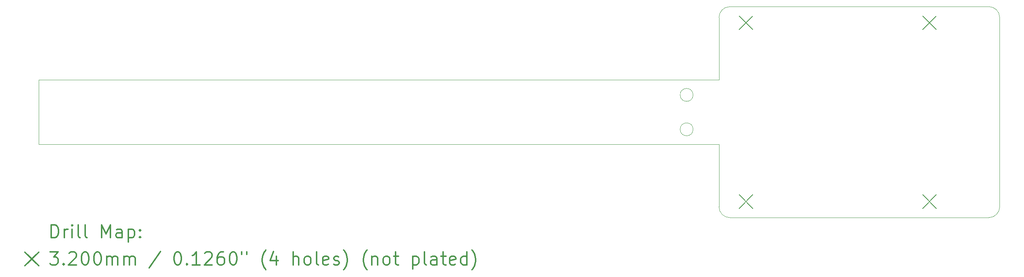
<source format=gbr>
%FSLAX45Y45*%
G04 Gerber Fmt 4.5, Leading zero omitted, Abs format (unit mm)*
G04 Created by KiCad (PCBNEW (5.1.10)-1) date 2022-05-27 17:54:43*
%MOMM*%
%LPD*%
G01*
G04 APERTURE LIST*
%TA.AperFunction,Profile*%
%ADD10C,0.038100*%
%TD*%
%ADD11C,0.200000*%
%ADD12C,0.300000*%
G04 APERTURE END LIST*
D10*
X27000000Y-7300000D02*
G75*
G02*
X27250000Y-7550000I0J-250000D01*
G01*
X27250000Y-11950000D02*
G75*
G02*
X27000000Y-12200000I-250000J0D01*
G01*
X21000000Y-12200000D02*
G75*
G02*
X20750000Y-11950000I0J250000D01*
G01*
X20750000Y-7550000D02*
G75*
G02*
X21000000Y-7300000I250000J0D01*
G01*
X20750000Y-11950000D02*
X20750000Y-10500000D01*
X27000000Y-12200000D02*
X21000000Y-12200000D01*
X27250000Y-7550000D02*
X27250000Y-11950000D01*
X21000000Y-7300000D02*
X27000000Y-7300000D01*
X20750000Y-9000000D02*
X20750000Y-7550000D01*
X5000000Y-10500000D02*
X20750000Y-10500000D01*
X20750000Y-9000000D02*
X5000000Y-9000000D01*
X20150000Y-10150000D02*
G75*
G03*
X20150000Y-10150000I-150000J0D01*
G01*
X20150000Y-9350000D02*
G75*
G03*
X20150000Y-9350000I-150000J0D01*
G01*
X5000000Y-9000000D02*
X5000000Y-10500000D01*
D11*
X21215000Y-7515000D02*
X21535000Y-7835000D01*
X21535000Y-7515000D02*
X21215000Y-7835000D01*
X21215000Y-11665000D02*
X21535000Y-11985000D01*
X21535000Y-11665000D02*
X21215000Y-11985000D01*
X25465000Y-7515000D02*
X25785000Y-7835000D01*
X25785000Y-7515000D02*
X25465000Y-7835000D01*
X25465000Y-11665000D02*
X25785000Y-11985000D01*
X25785000Y-11665000D02*
X25465000Y-11985000D01*
D12*
X5284523Y-12667619D02*
X5284523Y-12367619D01*
X5355952Y-12367619D01*
X5398809Y-12381905D01*
X5427381Y-12410476D01*
X5441666Y-12439048D01*
X5455952Y-12496191D01*
X5455952Y-12539048D01*
X5441666Y-12596191D01*
X5427381Y-12624762D01*
X5398809Y-12653334D01*
X5355952Y-12667619D01*
X5284523Y-12667619D01*
X5584523Y-12667619D02*
X5584523Y-12467619D01*
X5584523Y-12524762D02*
X5598809Y-12496191D01*
X5613095Y-12481905D01*
X5641666Y-12467619D01*
X5670238Y-12467619D01*
X5770238Y-12667619D02*
X5770238Y-12467619D01*
X5770238Y-12367619D02*
X5755952Y-12381905D01*
X5770238Y-12396191D01*
X5784523Y-12381905D01*
X5770238Y-12367619D01*
X5770238Y-12396191D01*
X5955952Y-12667619D02*
X5927381Y-12653334D01*
X5913095Y-12624762D01*
X5913095Y-12367619D01*
X6113095Y-12667619D02*
X6084523Y-12653334D01*
X6070238Y-12624762D01*
X6070238Y-12367619D01*
X6455952Y-12667619D02*
X6455952Y-12367619D01*
X6555952Y-12581905D01*
X6655952Y-12367619D01*
X6655952Y-12667619D01*
X6927381Y-12667619D02*
X6927381Y-12510476D01*
X6913095Y-12481905D01*
X6884523Y-12467619D01*
X6827381Y-12467619D01*
X6798809Y-12481905D01*
X6927381Y-12653334D02*
X6898809Y-12667619D01*
X6827381Y-12667619D01*
X6798809Y-12653334D01*
X6784523Y-12624762D01*
X6784523Y-12596191D01*
X6798809Y-12567619D01*
X6827381Y-12553334D01*
X6898809Y-12553334D01*
X6927381Y-12539048D01*
X7070238Y-12467619D02*
X7070238Y-12767619D01*
X7070238Y-12481905D02*
X7098809Y-12467619D01*
X7155952Y-12467619D01*
X7184523Y-12481905D01*
X7198809Y-12496191D01*
X7213095Y-12524762D01*
X7213095Y-12610476D01*
X7198809Y-12639048D01*
X7184523Y-12653334D01*
X7155952Y-12667619D01*
X7098809Y-12667619D01*
X7070238Y-12653334D01*
X7341666Y-12639048D02*
X7355952Y-12653334D01*
X7341666Y-12667619D01*
X7327381Y-12653334D01*
X7341666Y-12639048D01*
X7341666Y-12667619D01*
X7341666Y-12481905D02*
X7355952Y-12496191D01*
X7341666Y-12510476D01*
X7327381Y-12496191D01*
X7341666Y-12481905D01*
X7341666Y-12510476D01*
X4678095Y-13001905D02*
X4998095Y-13321905D01*
X4998095Y-13001905D02*
X4678095Y-13321905D01*
X5255952Y-12997619D02*
X5441666Y-12997619D01*
X5341666Y-13111905D01*
X5384523Y-13111905D01*
X5413095Y-13126191D01*
X5427381Y-13140476D01*
X5441666Y-13169048D01*
X5441666Y-13240476D01*
X5427381Y-13269048D01*
X5413095Y-13283334D01*
X5384523Y-13297619D01*
X5298809Y-13297619D01*
X5270238Y-13283334D01*
X5255952Y-13269048D01*
X5570238Y-13269048D02*
X5584523Y-13283334D01*
X5570238Y-13297619D01*
X5555952Y-13283334D01*
X5570238Y-13269048D01*
X5570238Y-13297619D01*
X5698809Y-13026191D02*
X5713095Y-13011905D01*
X5741666Y-12997619D01*
X5813095Y-12997619D01*
X5841666Y-13011905D01*
X5855952Y-13026191D01*
X5870238Y-13054762D01*
X5870238Y-13083334D01*
X5855952Y-13126191D01*
X5684523Y-13297619D01*
X5870238Y-13297619D01*
X6055952Y-12997619D02*
X6084523Y-12997619D01*
X6113095Y-13011905D01*
X6127381Y-13026191D01*
X6141666Y-13054762D01*
X6155952Y-13111905D01*
X6155952Y-13183334D01*
X6141666Y-13240476D01*
X6127381Y-13269048D01*
X6113095Y-13283334D01*
X6084523Y-13297619D01*
X6055952Y-13297619D01*
X6027381Y-13283334D01*
X6013095Y-13269048D01*
X5998809Y-13240476D01*
X5984523Y-13183334D01*
X5984523Y-13111905D01*
X5998809Y-13054762D01*
X6013095Y-13026191D01*
X6027381Y-13011905D01*
X6055952Y-12997619D01*
X6341666Y-12997619D02*
X6370238Y-12997619D01*
X6398809Y-13011905D01*
X6413095Y-13026191D01*
X6427381Y-13054762D01*
X6441666Y-13111905D01*
X6441666Y-13183334D01*
X6427381Y-13240476D01*
X6413095Y-13269048D01*
X6398809Y-13283334D01*
X6370238Y-13297619D01*
X6341666Y-13297619D01*
X6313095Y-13283334D01*
X6298809Y-13269048D01*
X6284523Y-13240476D01*
X6270238Y-13183334D01*
X6270238Y-13111905D01*
X6284523Y-13054762D01*
X6298809Y-13026191D01*
X6313095Y-13011905D01*
X6341666Y-12997619D01*
X6570238Y-13297619D02*
X6570238Y-13097619D01*
X6570238Y-13126191D02*
X6584523Y-13111905D01*
X6613095Y-13097619D01*
X6655952Y-13097619D01*
X6684523Y-13111905D01*
X6698809Y-13140476D01*
X6698809Y-13297619D01*
X6698809Y-13140476D02*
X6713095Y-13111905D01*
X6741666Y-13097619D01*
X6784523Y-13097619D01*
X6813095Y-13111905D01*
X6827381Y-13140476D01*
X6827381Y-13297619D01*
X6970238Y-13297619D02*
X6970238Y-13097619D01*
X6970238Y-13126191D02*
X6984523Y-13111905D01*
X7013095Y-13097619D01*
X7055952Y-13097619D01*
X7084523Y-13111905D01*
X7098809Y-13140476D01*
X7098809Y-13297619D01*
X7098809Y-13140476D02*
X7113095Y-13111905D01*
X7141666Y-13097619D01*
X7184523Y-13097619D01*
X7213095Y-13111905D01*
X7227381Y-13140476D01*
X7227381Y-13297619D01*
X7813095Y-12983334D02*
X7555952Y-13369048D01*
X8198809Y-12997619D02*
X8227381Y-12997619D01*
X8255952Y-13011905D01*
X8270238Y-13026191D01*
X8284523Y-13054762D01*
X8298809Y-13111905D01*
X8298809Y-13183334D01*
X8284523Y-13240476D01*
X8270238Y-13269048D01*
X8255952Y-13283334D01*
X8227381Y-13297619D01*
X8198809Y-13297619D01*
X8170238Y-13283334D01*
X8155952Y-13269048D01*
X8141666Y-13240476D01*
X8127381Y-13183334D01*
X8127381Y-13111905D01*
X8141666Y-13054762D01*
X8155952Y-13026191D01*
X8170238Y-13011905D01*
X8198809Y-12997619D01*
X8427381Y-13269048D02*
X8441666Y-13283334D01*
X8427381Y-13297619D01*
X8413095Y-13283334D01*
X8427381Y-13269048D01*
X8427381Y-13297619D01*
X8727381Y-13297619D02*
X8555952Y-13297619D01*
X8641666Y-13297619D02*
X8641666Y-12997619D01*
X8613095Y-13040476D01*
X8584523Y-13069048D01*
X8555952Y-13083334D01*
X8841666Y-13026191D02*
X8855952Y-13011905D01*
X8884523Y-12997619D01*
X8955952Y-12997619D01*
X8984523Y-13011905D01*
X8998809Y-13026191D01*
X9013095Y-13054762D01*
X9013095Y-13083334D01*
X8998809Y-13126191D01*
X8827381Y-13297619D01*
X9013095Y-13297619D01*
X9270238Y-12997619D02*
X9213095Y-12997619D01*
X9184523Y-13011905D01*
X9170238Y-13026191D01*
X9141666Y-13069048D01*
X9127381Y-13126191D01*
X9127381Y-13240476D01*
X9141666Y-13269048D01*
X9155952Y-13283334D01*
X9184523Y-13297619D01*
X9241666Y-13297619D01*
X9270238Y-13283334D01*
X9284523Y-13269048D01*
X9298809Y-13240476D01*
X9298809Y-13169048D01*
X9284523Y-13140476D01*
X9270238Y-13126191D01*
X9241666Y-13111905D01*
X9184523Y-13111905D01*
X9155952Y-13126191D01*
X9141666Y-13140476D01*
X9127381Y-13169048D01*
X9484523Y-12997619D02*
X9513095Y-12997619D01*
X9541666Y-13011905D01*
X9555952Y-13026191D01*
X9570238Y-13054762D01*
X9584523Y-13111905D01*
X9584523Y-13183334D01*
X9570238Y-13240476D01*
X9555952Y-13269048D01*
X9541666Y-13283334D01*
X9513095Y-13297619D01*
X9484523Y-13297619D01*
X9455952Y-13283334D01*
X9441666Y-13269048D01*
X9427381Y-13240476D01*
X9413095Y-13183334D01*
X9413095Y-13111905D01*
X9427381Y-13054762D01*
X9441666Y-13026191D01*
X9455952Y-13011905D01*
X9484523Y-12997619D01*
X9698809Y-12997619D02*
X9698809Y-13054762D01*
X9813095Y-12997619D02*
X9813095Y-13054762D01*
X10255952Y-13411905D02*
X10241666Y-13397619D01*
X10213095Y-13354762D01*
X10198809Y-13326191D01*
X10184523Y-13283334D01*
X10170238Y-13211905D01*
X10170238Y-13154762D01*
X10184523Y-13083334D01*
X10198809Y-13040476D01*
X10213095Y-13011905D01*
X10241666Y-12969048D01*
X10255952Y-12954762D01*
X10498809Y-13097619D02*
X10498809Y-13297619D01*
X10427381Y-12983334D02*
X10355952Y-13197619D01*
X10541666Y-13197619D01*
X10884523Y-13297619D02*
X10884523Y-12997619D01*
X11013095Y-13297619D02*
X11013095Y-13140476D01*
X10998809Y-13111905D01*
X10970238Y-13097619D01*
X10927381Y-13097619D01*
X10898809Y-13111905D01*
X10884523Y-13126191D01*
X11198809Y-13297619D02*
X11170238Y-13283334D01*
X11155952Y-13269048D01*
X11141666Y-13240476D01*
X11141666Y-13154762D01*
X11155952Y-13126191D01*
X11170238Y-13111905D01*
X11198809Y-13097619D01*
X11241666Y-13097619D01*
X11270238Y-13111905D01*
X11284523Y-13126191D01*
X11298809Y-13154762D01*
X11298809Y-13240476D01*
X11284523Y-13269048D01*
X11270238Y-13283334D01*
X11241666Y-13297619D01*
X11198809Y-13297619D01*
X11470238Y-13297619D02*
X11441666Y-13283334D01*
X11427381Y-13254762D01*
X11427381Y-12997619D01*
X11698809Y-13283334D02*
X11670238Y-13297619D01*
X11613095Y-13297619D01*
X11584523Y-13283334D01*
X11570238Y-13254762D01*
X11570238Y-13140476D01*
X11584523Y-13111905D01*
X11613095Y-13097619D01*
X11670238Y-13097619D01*
X11698809Y-13111905D01*
X11713095Y-13140476D01*
X11713095Y-13169048D01*
X11570238Y-13197619D01*
X11827381Y-13283334D02*
X11855952Y-13297619D01*
X11913095Y-13297619D01*
X11941666Y-13283334D01*
X11955952Y-13254762D01*
X11955952Y-13240476D01*
X11941666Y-13211905D01*
X11913095Y-13197619D01*
X11870238Y-13197619D01*
X11841666Y-13183334D01*
X11827381Y-13154762D01*
X11827381Y-13140476D01*
X11841666Y-13111905D01*
X11870238Y-13097619D01*
X11913095Y-13097619D01*
X11941666Y-13111905D01*
X12055952Y-13411905D02*
X12070238Y-13397619D01*
X12098809Y-13354762D01*
X12113095Y-13326191D01*
X12127381Y-13283334D01*
X12141666Y-13211905D01*
X12141666Y-13154762D01*
X12127381Y-13083334D01*
X12113095Y-13040476D01*
X12098809Y-13011905D01*
X12070238Y-12969048D01*
X12055952Y-12954762D01*
X12598809Y-13411905D02*
X12584523Y-13397619D01*
X12555952Y-13354762D01*
X12541666Y-13326191D01*
X12527381Y-13283334D01*
X12513095Y-13211905D01*
X12513095Y-13154762D01*
X12527381Y-13083334D01*
X12541666Y-13040476D01*
X12555952Y-13011905D01*
X12584523Y-12969048D01*
X12598809Y-12954762D01*
X12713095Y-13097619D02*
X12713095Y-13297619D01*
X12713095Y-13126191D02*
X12727381Y-13111905D01*
X12755952Y-13097619D01*
X12798809Y-13097619D01*
X12827381Y-13111905D01*
X12841666Y-13140476D01*
X12841666Y-13297619D01*
X13027381Y-13297619D02*
X12998809Y-13283334D01*
X12984523Y-13269048D01*
X12970238Y-13240476D01*
X12970238Y-13154762D01*
X12984523Y-13126191D01*
X12998809Y-13111905D01*
X13027381Y-13097619D01*
X13070238Y-13097619D01*
X13098809Y-13111905D01*
X13113095Y-13126191D01*
X13127381Y-13154762D01*
X13127381Y-13240476D01*
X13113095Y-13269048D01*
X13098809Y-13283334D01*
X13070238Y-13297619D01*
X13027381Y-13297619D01*
X13213095Y-13097619D02*
X13327381Y-13097619D01*
X13255952Y-12997619D02*
X13255952Y-13254762D01*
X13270238Y-13283334D01*
X13298809Y-13297619D01*
X13327381Y-13297619D01*
X13655952Y-13097619D02*
X13655952Y-13397619D01*
X13655952Y-13111905D02*
X13684523Y-13097619D01*
X13741666Y-13097619D01*
X13770238Y-13111905D01*
X13784523Y-13126191D01*
X13798809Y-13154762D01*
X13798809Y-13240476D01*
X13784523Y-13269048D01*
X13770238Y-13283334D01*
X13741666Y-13297619D01*
X13684523Y-13297619D01*
X13655952Y-13283334D01*
X13970238Y-13297619D02*
X13941666Y-13283334D01*
X13927381Y-13254762D01*
X13927381Y-12997619D01*
X14213095Y-13297619D02*
X14213095Y-13140476D01*
X14198809Y-13111905D01*
X14170238Y-13097619D01*
X14113095Y-13097619D01*
X14084523Y-13111905D01*
X14213095Y-13283334D02*
X14184523Y-13297619D01*
X14113095Y-13297619D01*
X14084523Y-13283334D01*
X14070238Y-13254762D01*
X14070238Y-13226191D01*
X14084523Y-13197619D01*
X14113095Y-13183334D01*
X14184523Y-13183334D01*
X14213095Y-13169048D01*
X14313095Y-13097619D02*
X14427381Y-13097619D01*
X14355952Y-12997619D02*
X14355952Y-13254762D01*
X14370238Y-13283334D01*
X14398809Y-13297619D01*
X14427381Y-13297619D01*
X14641666Y-13283334D02*
X14613095Y-13297619D01*
X14555952Y-13297619D01*
X14527381Y-13283334D01*
X14513095Y-13254762D01*
X14513095Y-13140476D01*
X14527381Y-13111905D01*
X14555952Y-13097619D01*
X14613095Y-13097619D01*
X14641666Y-13111905D01*
X14655952Y-13140476D01*
X14655952Y-13169048D01*
X14513095Y-13197619D01*
X14913095Y-13297619D02*
X14913095Y-12997619D01*
X14913095Y-13283334D02*
X14884523Y-13297619D01*
X14827381Y-13297619D01*
X14798809Y-13283334D01*
X14784523Y-13269048D01*
X14770238Y-13240476D01*
X14770238Y-13154762D01*
X14784523Y-13126191D01*
X14798809Y-13111905D01*
X14827381Y-13097619D01*
X14884523Y-13097619D01*
X14913095Y-13111905D01*
X15027381Y-13411905D02*
X15041666Y-13397619D01*
X15070238Y-13354762D01*
X15084523Y-13326191D01*
X15098809Y-13283334D01*
X15113095Y-13211905D01*
X15113095Y-13154762D01*
X15098809Y-13083334D01*
X15084523Y-13040476D01*
X15070238Y-13011905D01*
X15041666Y-12969048D01*
X15027381Y-12954762D01*
M02*

</source>
